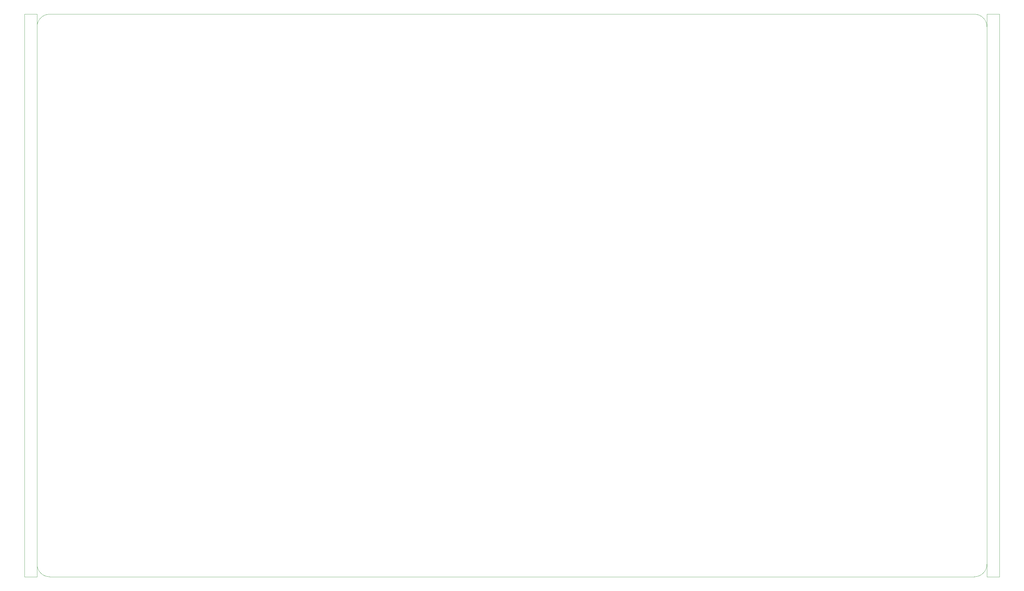
<source format=gbr>
%TF.GenerationSoftware,KiCad,Pcbnew,9.0.1*%
%TF.CreationDate,2025-10-24T09:39:52+01:00*%
%TF.ProjectId,WEASEL_KiCad_frontPanel,57454153-454c-45f4-9b69-4361645f6672,rev?*%
%TF.SameCoordinates,Original*%
%TF.FileFunction,Profile,NP*%
%FSLAX46Y46*%
G04 Gerber Fmt 4.6, Leading zero omitted, Abs format (unit mm)*
G04 Created by KiCad (PCBNEW 9.0.1) date 2025-10-24 09:39:52*
%MOMM*%
%LPD*%
G01*
G04 APERTURE LIST*
%TA.AperFunction,Profile*%
%ADD10C,0.050000*%
%TD*%
%TA.AperFunction,Profile*%
%ADD11C,0.100000*%
%TD*%
G04 APERTURE END LIST*
D10*
X321750000Y-26000000D02*
X325750000Y-26000000D01*
X325750000Y-205000000D01*
X321750000Y-205000000D01*
X321750000Y-26000000D01*
D11*
X321750000Y-201000000D02*
G75*
G02*
X317750000Y-205000000I-4000000J0D01*
G01*
X317750000Y-26000000D02*
G75*
G02*
X321750000Y-30000000I0J-4000000D01*
G01*
X24000000Y-26000000D02*
X317750000Y-26000000D01*
X321750000Y-30000000D02*
X321750000Y-201000000D01*
X20000000Y-201000000D02*
X20000000Y-30000000D01*
X317750000Y-205000000D02*
X24000000Y-205000000D01*
X24000000Y-205000000D02*
G75*
G02*
X20000000Y-201000000I0J4000000D01*
G01*
X20000000Y-30000000D02*
G75*
G02*
X24000000Y-26000000I4000000J0D01*
G01*
D10*
X16000000Y-26000000D02*
X20000000Y-26000000D01*
X20000000Y-205000000D01*
X16000000Y-205000000D01*
X16000000Y-26000000D01*
M02*

</source>
